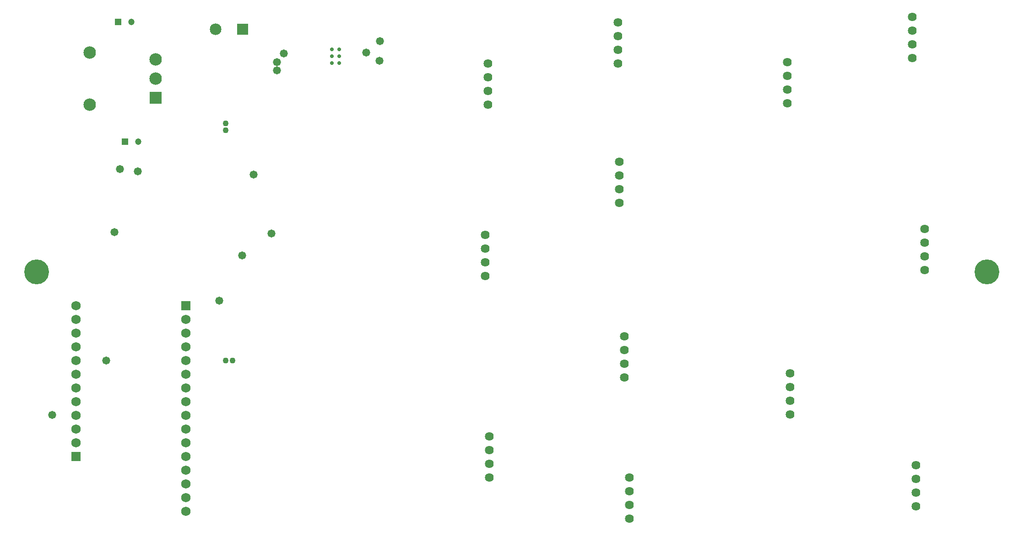
<source format=gbs>
G04*
G04 #@! TF.GenerationSoftware,Altium Limited,Altium Designer,24.7.2 (38)*
G04*
G04 Layer_Color=16711935*
%FSLAX44Y44*%
%MOMM*%
G71*
G04*
G04 #@! TF.SameCoordinates,47DF3F7B-CD24-4F9F-A129-F279A797EA3D*
G04*
G04*
G04 #@! TF.FilePolarity,Negative*
G04*
G01*
G75*
%ADD39C,2.1532*%
%ADD40R,2.1532X2.1532*%
%ADD41C,1.1016*%
%ADD42C,1.6256*%
%ADD44C,4.6016*%
%ADD45R,1.2000X1.2000*%
%ADD46C,1.2000*%
%ADD47C,1.7332*%
%ADD48R,1.7332X1.7332*%
%ADD49R,2.3032X2.3032*%
%ADD50C,2.3032*%
%ADD51C,1.4732*%
%ADD68C,0.7032*%
D39*
X2024780Y4574540D02*
D03*
D40*
X2074780D02*
D03*
D41*
X2055930Y3961130D02*
D03*
X2043430D02*
D03*
X2043630Y4388050D02*
D03*
Y4400550D02*
D03*
D42*
X2528570Y4434840D02*
D03*
Y4460240D02*
D03*
Y4485640D02*
D03*
Y4511040D02*
D03*
X2771200Y4253275D02*
D03*
Y4278676D02*
D03*
Y4304076D02*
D03*
Y4329475D02*
D03*
X3087370Y3860800D02*
D03*
Y3886200D02*
D03*
Y3911600D02*
D03*
Y3937000D02*
D03*
X3336290Y4128770D02*
D03*
Y4154170D02*
D03*
Y4179570D02*
D03*
Y4204970D02*
D03*
X2790190Y3667760D02*
D03*
Y3693160D02*
D03*
Y3718560D02*
D03*
Y3743960D02*
D03*
X2768660Y4511086D02*
D03*
Y4536486D02*
D03*
Y4561885D02*
D03*
Y4587285D02*
D03*
X3313430Y4521200D02*
D03*
Y4546600D02*
D03*
Y4572000D02*
D03*
Y4597400D02*
D03*
X2531110Y3820160D02*
D03*
Y3794760D02*
D03*
Y3769360D02*
D03*
Y3743960D02*
D03*
X2523490Y4193540D02*
D03*
Y4168140D02*
D03*
Y4142740D02*
D03*
Y4117340D02*
D03*
X2781300Y3929380D02*
D03*
Y3954780D02*
D03*
Y3980180D02*
D03*
Y4005580D02*
D03*
X3319840Y3690666D02*
D03*
Y3716065D02*
D03*
Y3741465D02*
D03*
Y3766866D02*
D03*
X3082290Y4513580D02*
D03*
Y4488180D02*
D03*
Y4462780D02*
D03*
Y4437380D02*
D03*
D44*
X1694180Y4124960D02*
D03*
X3451860D02*
D03*
D45*
X1856940Y4366260D02*
D03*
X1844440Y4588510D02*
D03*
D46*
X1881940Y4366260D02*
D03*
X1869440Y4588510D02*
D03*
D47*
X1969770Y4037330D02*
D03*
Y3834130D02*
D03*
Y3808730D02*
D03*
Y3783330D02*
D03*
Y3707130D02*
D03*
Y3732530D02*
D03*
Y3757930D02*
D03*
Y3681730D02*
D03*
X1766570Y4062730D02*
D03*
Y4037330D02*
D03*
Y4011930D02*
D03*
Y3808730D02*
D03*
Y3834130D02*
D03*
Y3859530D02*
D03*
Y3884930D02*
D03*
Y3910330D02*
D03*
Y3935730D02*
D03*
Y3961130D02*
D03*
Y3986530D02*
D03*
X1969770Y4011930D02*
D03*
Y3986530D02*
D03*
Y3961130D02*
D03*
Y3935730D02*
D03*
Y3910330D02*
D03*
Y3884930D02*
D03*
Y3859530D02*
D03*
D48*
Y4062730D02*
D03*
X1766570Y3783330D02*
D03*
D49*
X1913870Y4447510D02*
D03*
D50*
Y4483110D02*
D03*
Y4518710D02*
D03*
X1791970Y4531360D02*
D03*
Y4434860D02*
D03*
D51*
X1722755Y3860165D02*
D03*
X1880870Y4311650D02*
D03*
X1837690Y4198620D02*
D03*
X1847850Y4315460D02*
D03*
X2329180Y4552950D02*
D03*
X2327910Y4516120D02*
D03*
X2303780Y4531360D02*
D03*
X2138680Y4498340D02*
D03*
Y4513580D02*
D03*
X2151380Y4530090D02*
D03*
X2073910Y4155440D02*
D03*
X2128520Y4196080D02*
D03*
X2095500Y4305300D02*
D03*
X1822450Y3961130D02*
D03*
X2032000Y4071620D02*
D03*
D68*
X2253130Y4525010D02*
D03*
Y4538010D02*
D03*
Y4512010D02*
D03*
X2240130D02*
D03*
Y4538010D02*
D03*
Y4525010D02*
D03*
M02*

</source>
